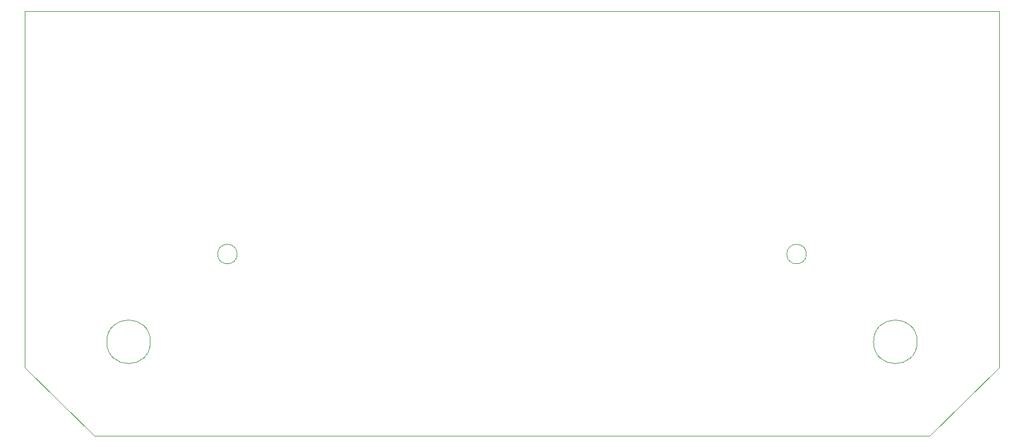
<source format=gm1>
%TF.GenerationSoftware,KiCad,Pcbnew,(6.0.0)*%
%TF.CreationDate,2022-03-13T17:54:28-04:00*%
%TF.ProjectId,jaguar controller lower pcb,6a616775-6172-4206-936f-6e74726f6c6c,rev?*%
%TF.SameCoordinates,Original*%
%TF.FileFunction,Profile,NP*%
%FSLAX46Y46*%
G04 Gerber Fmt 4.6, Leading zero omitted, Abs format (unit mm)*
G04 Created by KiCad (PCBNEW (6.0.0)) date 2022-03-13 17:54:28*
%MOMM*%
%LPD*%
G01*
G04 APERTURE LIST*
%TA.AperFunction,Profile*%
%ADD10C,0.100000*%
%TD*%
G04 APERTURE END LIST*
D10*
X222945000Y-67025000D02*
X222945000Y-118235000D01*
X83075000Y-67025000D02*
X222945000Y-67025000D01*
X113565000Y-101970000D02*
G75*
G03*
X113565000Y-101970000I-1405000J0D01*
G01*
X211175000Y-114580000D02*
G75*
G03*
X211175000Y-114580000I-3135000J0D01*
G01*
X212945000Y-128125000D02*
X222945000Y-118235000D01*
X212945000Y-128125000D02*
X93057200Y-128125000D01*
X83075000Y-118235000D02*
X93057200Y-128125000D01*
X195265000Y-101970000D02*
G75*
G03*
X195265000Y-101970000I-1405000J0D01*
G01*
X101115000Y-114580000D02*
G75*
G03*
X101115000Y-114580000I-3135000J0D01*
G01*
X83075000Y-118235000D02*
X83075000Y-67025000D01*
M02*

</source>
